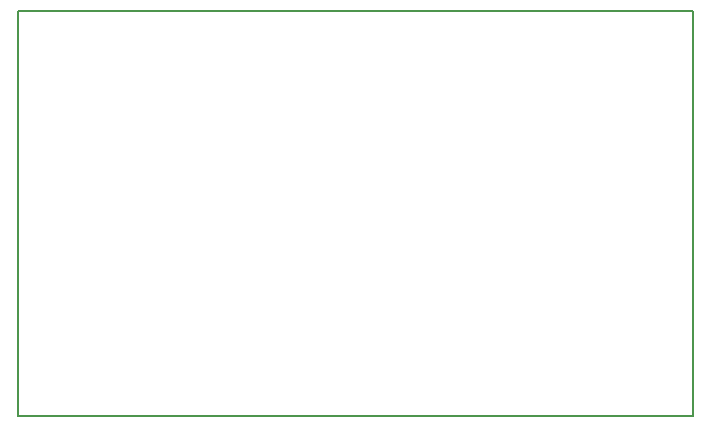
<source format=gbr>
G04 #@! TF.FileFunction,Profile,NP*
%FSLAX46Y46*%
G04 Gerber Fmt 4.6, Leading zero omitted, Abs format (unit mm)*
G04 Created by KiCad (PCBNEW 4.0.5+dfsg1-4~bpo8+1) date Mon Aug 28 11:49:41 2017*
%MOMM*%
%LPD*%
G01*
G04 APERTURE LIST*
%ADD10C,0.100000*%
%ADD11C,0.150000*%
G04 APERTURE END LIST*
D10*
D11*
X125730000Y-54610000D02*
X127000000Y-54610000D01*
X124460000Y-54610000D02*
X125730000Y-54610000D01*
X124460000Y-88900000D02*
X124460000Y-54610000D01*
X125730000Y-88900000D02*
X124460000Y-88900000D01*
X181610000Y-88900000D02*
X125730000Y-88900000D01*
X181610000Y-54610000D02*
X181610000Y-88900000D01*
X181610000Y-54610000D02*
X180340000Y-54610000D01*
X125730000Y-54610000D02*
X181610000Y-54610000D01*
M02*

</source>
